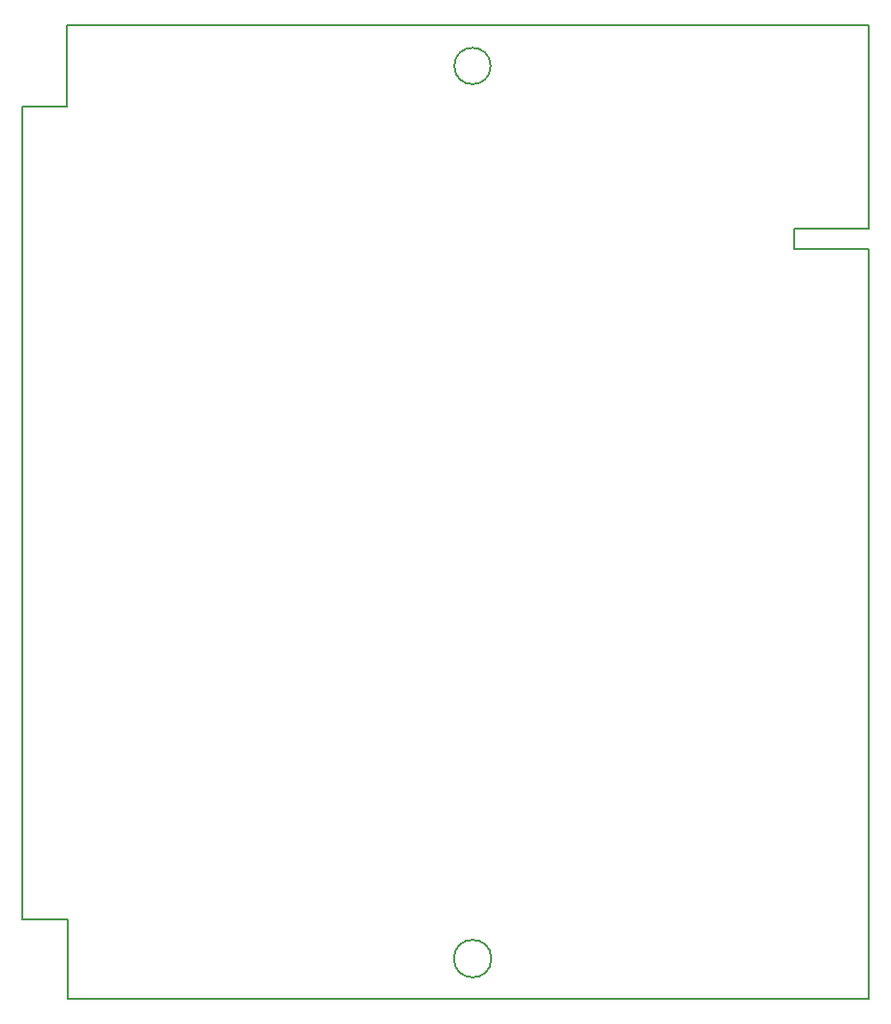
<source format=gm1>
G04 #@! TF.FileFunction,Profile,NP*
%FSLAX46Y46*%
G04 Gerber Fmt 4.6, Leading zero omitted, Abs format (unit mm)*
G04 Created by KiCad (PCBNEW 4.0.0-stable) date Tue 15 Mar 2016 09:50:34 PM CET*
%MOMM*%
G01*
G04 APERTURE LIST*
%ADD10C,0.150000*%
G04 APERTURE END LIST*
D10*
X114505740Y-131010660D02*
X114518440Y-131010660D01*
X114505740Y-124038360D02*
X114505740Y-131010660D01*
X110505240Y-124038360D02*
X114505740Y-124038360D01*
X110505240Y-53012340D02*
X110505240Y-124038360D01*
X114404140Y-53012340D02*
X110505240Y-53012340D01*
X114404140Y-45892720D02*
X114404140Y-53012340D01*
X184492900Y-45892720D02*
X114404140Y-45892720D01*
X184515760Y-45915580D02*
X184492900Y-45892720D01*
X184515760Y-63710820D02*
X184515760Y-45915580D01*
X177987960Y-63710820D02*
X184515760Y-63710820D01*
X177987960Y-65516760D02*
X177987960Y-63710820D01*
X184503060Y-65516760D02*
X177987960Y-65516760D01*
X184503060Y-131003040D02*
X184503060Y-65516760D01*
X114503200Y-131003040D02*
X184503060Y-131003040D01*
X151540122Y-127500000D02*
G75*
G03X151540122Y-127500000I-1640122J0D01*
G01*
X151471477Y-49491900D02*
G75*
G03X151471477Y-49491900I-1586077J0D01*
G01*
M02*

</source>
